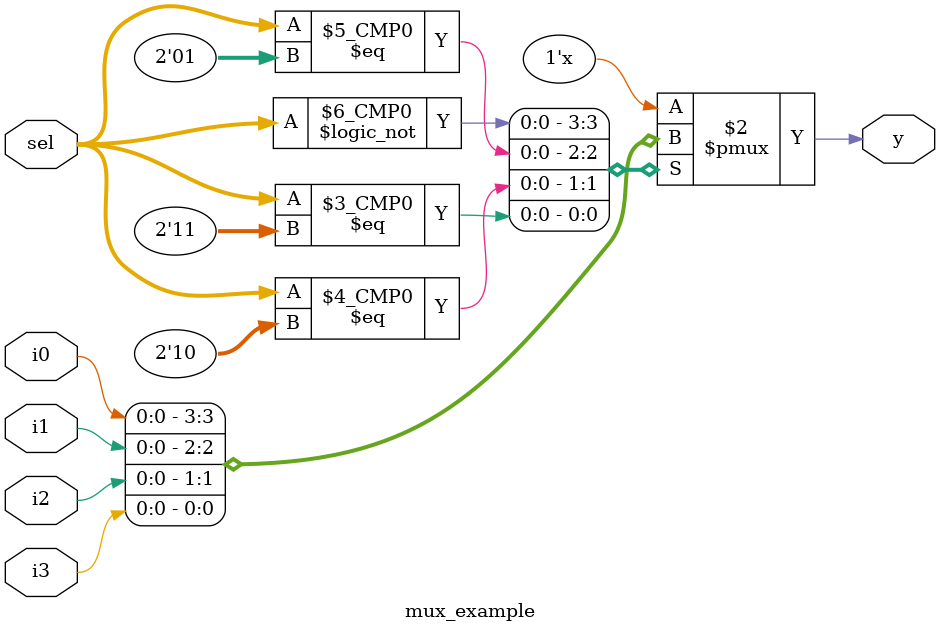
<source format=v>
module mux_example(
  input [1:0] sel,
  input  i0,i1,i2,i3,
  output reg y);
    
  always @(*) begin
    case(sel)
      2'h0: y = i0;
      2'h1: y = i1;
      2'h2: y = i2;
      2'h3: y = i3;
      default: $display("Invalid sel input");
    endcase
  end
endmodule

</source>
